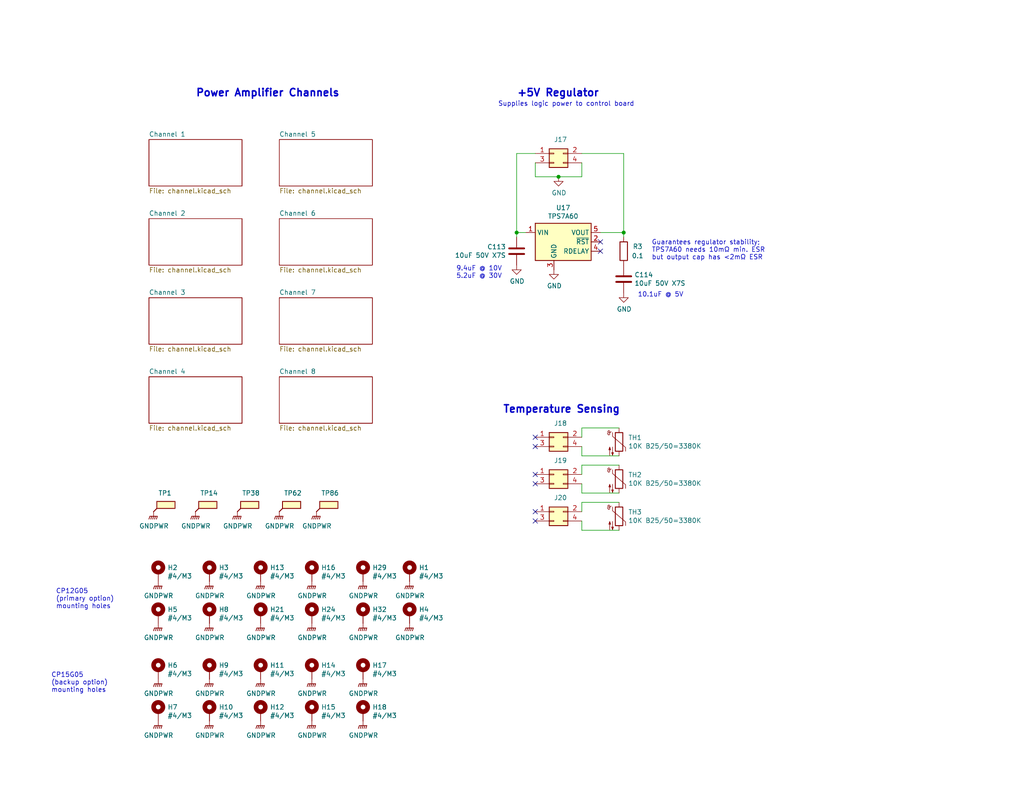
<source format=kicad_sch>
(kicad_sch (version 20211123) (generator eeschema)
  (paper "A")
  (title_block (title "Shim amp board: single-channel test (power section)") (rev "D2") (company "Martinos Center @ MGH") (comment 1 "Don Straney"))
  (lib_symbols
    (symbol "Connector:TestPoint_Flag" (pin_numbers hide) (pin_names (offset 0.762) hide)
      (property "Reference" "TP" (at 3.429 1.778 0))
      (property "Value" "TestPoint_Flag" (at 3.302 4.191 0))
      (symbol "TestPoint_Flag_0_1"
        (polyline (pts (xy 0 0) (xy 0.889 0.889)) (stroke (width 0.254)))
        (rectangle (start 0.889 2.794) (end 5.842 0.889) (stroke (width 0.254)) (fill (type background)))
      )
      (symbol "TestPoint_Flag_1_1"
        (pin passive line (at 0 0 90) (length 0) (name "1") (number "1"))
      )
    )
    (symbol "Connector_Generic:Conn_02x02_Odd_Even" (pin_names (offset 1.016) hide)
      (property "Reference" "J" (at 1.27 2.54 0))
      (property "Value" "Conn_02x02_Odd_Even" (at 1.27 -5.08 0))
      (symbol "Conn_02x02_Odd_Even_1_1"
        (rectangle (start -1.27 -2.413) (end 0 -2.667) (stroke (width 0.1524)))
        (rectangle (start -1.27 0.127) (end 0 -0.127) (stroke (width 0.1524)))
        (rectangle (start -1.27 1.27) (end 3.81 -3.81) (stroke (width 0.254)) (fill (type background)))
        (rectangle (start 3.81 -2.413) (end 2.54 -2.667) (stroke (width 0.1524)))
        (rectangle (start 3.81 0.127) (end 2.54 -0.127) (stroke (width 0.1524)))
        (pin passive line (at -5.08 0 0) (length 3.81) (name "Pin_1") (number "1"))
        (pin passive line (at 7.62 0 180) (length 3.81) (name "Pin_2") (number "2"))
        (pin passive line (at -5.08 -2.54 0) (length 3.81) (name "Pin_3") (number "3"))
        (pin passive line (at 7.62 -2.54 180) (length 3.81) (name "Pin_4") (number "4"))
      )
    )
    (symbol "Device:C" (pin_numbers hide) (pin_names (offset 0.254))
      (property "Reference" "C" (at 0.635 2.54 0))
      (property "Value" "C" (at 0.635 -2.54 0))
      (symbol "C_0_1"
        (polyline (pts (xy -2.032 -0.762) (xy 2.032 -0.762)) (stroke (width 0.508)))
        (polyline (pts (xy -2.032 0.762) (xy 2.032 0.762)) (stroke (width 0.508)))
      )
      (symbol "C_1_1"
        (pin passive line (at 0 3.81 270) (length 2.794) (name "~") (number "1"))
        (pin passive line (at 0 -3.81 90) (length 2.794) (name "~") (number "2"))
      )
    )
    (symbol "Device:R" (pin_numbers hide) (pin_names (offset 0))
      (property "Reference" "R" (at 2.032 0 90))
      (property "Value" "R" (at 0 0 90))
      (symbol "R_0_1"
        (rectangle (start -1.016 -2.54) (end 1.016 2.54) (stroke (width 0.254)))
      )
      (symbol "R_1_1"
        (pin passive line (at 0 3.81 270) (length 1.27) (name "~") (number "1"))
        (pin passive line (at 0 -3.81 90) (length 1.27) (name "~") (number "2"))
      )
    )
    (symbol "Device:Thermistor_NTC" (pin_numbers hide) (pin_names (offset 0))
      (property "Reference" "TH" (at -4.445 0 90))
      (property "Value" "Thermistor_NTC" (at 3.175 0 90))
      (symbol "Thermistor_NTC_0_1"
        (arc (start -3.048 2.159) (mid -3.0495 2.3143) (end -3.175 2.413))
        (arc (start -3.048 2.159) (mid -2.9736 1.9794) (end -2.794 1.905))
        (arc (start -3.048 2.794) (mid -2.9736 2.6144) (end -2.794 2.54))
        (arc (start -2.794 1.905) (mid -2.6144 1.9794) (end -2.54 2.159))
        (arc (start -2.794 2.54) (mid -2.4393 2.5587) (end -2.159 2.794))
        (arc (start -2.794 3.048) (mid -2.9736 2.9736) (end -3.048 2.794))
        (arc (start -2.54 2.794) (mid -2.6144 2.9736) (end -2.794 3.048))
        (rectangle (start -1.016 2.54) (end 1.016 -2.54) (stroke (width 0.254)))
        (polyline (pts (xy -2.54 2.159) (xy -2.54 2.794)))
        (polyline (pts (xy -1.778 2.54) (xy -1.778 1.524) (xy 1.778 -1.524) (xy 1.778 -2.54)))
        (polyline (pts (xy -2.54 -3.683) (xy -2.54 -1.397) (xy -2.794 -2.159) (xy -2.286 -2.159) (xy -2.54 -1.397) (xy -2.54 -1.651)) (fill (type outline)))
        (polyline (pts (xy -1.778 -1.397) (xy -1.778 -3.683) (xy -2.032 -2.921) (xy -1.524 -2.921) (xy -1.778 -3.683) (xy -1.778 -3.429)) (fill (type outline)))
      )
      (symbol "Thermistor_NTC_1_1"
        (pin passive line (at 0 3.81 270) (length 1.27) (name "~") (number "1"))
        (pin passive line (at 0 -3.81 90) (length 1.27) (name "~") (number "2"))
      )
    )
    (symbol "Mechanical:MountingHole_Pad" (pin_numbers hide) (pin_names (offset 1.016) hide)
      (property "Reference" "H" (at 0 6.35 0))
      (property "Value" "MountingHole_Pad" (at 0 4.445 0))
      (symbol "MountingHole_Pad_0_1"
        (circle (center 0 1.27) (radius 1.27) (stroke (width 1.27)))
      )
      (symbol "MountingHole_Pad_1_1"
        (pin input line (at 0 -2.54 90) (length 2.54) (name "1") (number "1"))
      )
    )
    (symbol "amp-pwr-rescue:TPS7A60-Martinos"
      (property "Reference" "U" (at -6.35 6.35 0))
      (property "Value" "TPS7A60-Martinos" (at 2.54 6.35 0))
      (symbol "TPS7A60-Martinos_1_1"
        (rectangle (start -7.62 5.08) (end 7.62 -5.08) (stroke (width 0.254)) (fill (type background)))
        (pin power_in line (at -10.16 2.54 0) (length 2.54) (name "VIN") (number "1"))
        (pin output line (at 10.16 0 180) (length 2.54) (name "~{RST}") (number "2"))
        (pin power_in line (at -2.54 -7.62 90) (length 2.54) (name "GND") (number "3"))
        (pin output line (at 10.16 -2.54 180) (length 2.54) (name "RDELAY") (number "4"))
        (pin power_out line (at 10.16 2.54 180) (length 2.54) (name "VOUT") (number "5"))
      )
    )
    (symbol "power:GND" (power) (pin_names (offset 0))
      (property "Value" "GND" (at 0 -3.81 0))
      (symbol "GND_0_1"
        (polyline (pts (xy 0 0) (xy 0 -1.27) (xy 1.27 -1.27) (xy 0 -2.54) (xy -1.27 -1.27) (xy 0 -1.27)))
      )
      (symbol "GND_1_1"
        (pin power_in line (at 0 0 270) (length 0) hide (name "GND") (number "1"))
      )
    )
    (symbol "power:GNDPWR" (power) (pin_names (offset 0))
      (property "Value" "GNDPWR" (at 0 -3.302 0))
      (symbol "GNDPWR_0_1"
        (polyline (pts (xy 0 -1.27) (xy 0 0)))
        (polyline (pts (xy -1.016 -1.27) (xy -1.27 -2.032) (xy -1.27 -2.032)) (stroke (width 0.2032)))
        (polyline (pts (xy -0.508 -1.27) (xy -0.762 -2.032) (xy -0.762 -2.032)) (stroke (width 0.2032)))
        (polyline (pts (xy 0 -1.27) (xy -0.254 -2.032) (xy -0.254 -2.032)) (stroke (width 0.2032)))
        (polyline (pts (xy 0.508 -1.27) (xy 0.254 -2.032) (xy 0.254 -2.032)) (stroke (width 0.2032)))
        (polyline (pts (xy 1.016 -1.27) (xy -1.016 -1.27) (xy -1.016 -1.27)) (stroke (width 0.2032)))
        (polyline (pts (xy 1.016 -1.27) (xy 0.762 -2.032) (xy 0.762 -2.032) (xy 0.762 -2.032)) (stroke (width 0.2032)))
      )
      (symbol "GNDPWR_1_1"
        (pin power_in line (at 0 0 270) (length 0) hide (name "GNDPWR") (number "1"))
      )
    )
  )
  (junction (at 170.18 63.5))
  (junction (at 152.4 48.26))
  (junction (at 140.97 63.5))
  (no_connect (at 163.83 68.58))
  (no_connect (at 146.05 139.7))
  (no_connect (at 146.05 132.08))
  (no_connect (at 146.05 142.24))
  (no_connect (at 163.83 66.04))
  (no_connect (at 146.05 129.54))
  (no_connect (at 146.05 119.38))
  (no_connect (at 146.05 121.92))
  (wire (pts (xy 152.4 48.26) (xy 146.05 48.26)))
  (wire (pts (xy 158.75 142.24) (xy 158.75 144.78)))
  (wire (pts (xy 146.05 48.26) (xy 146.05 44.45)))
  (wire (pts (xy 158.75 129.54) (xy 158.75 127)))
  (wire (pts (xy 158.75 48.26) (xy 158.75 44.45)))
  (wire (pts (xy 158.75 134.62) (xy 168.91 134.62)))
  (wire (pts (xy 140.97 64.77) (xy 140.97 63.5)))
  (wire (pts (xy 158.75 132.08) (xy 158.75 134.62)))
  (wire (pts (xy 158.75 116.84) (xy 168.91 116.84)))
  (wire (pts (xy 158.75 119.38) (xy 158.75 116.84)))
  (wire (pts (xy 158.75 124.46) (xy 168.91 124.46)))
  (wire (pts (xy 158.75 144.78) (xy 168.91 144.78)))
  (wire (pts (xy 158.75 127) (xy 168.91 127)))
  (wire (pts (xy 158.75 137.16) (xy 168.91 137.16)))
  (wire (pts (xy 170.18 63.5) (xy 170.18 64.77)))
  (wire (pts (xy 140.97 63.5) (xy 140.97 41.91)))
  (wire (pts (xy 152.4 48.26) (xy 158.75 48.26)))
  (wire (pts (xy 170.18 63.5) (xy 170.18 41.91)))
  (wire (pts (xy 140.97 63.5) (xy 143.51 63.5)))
  (wire (pts (xy 163.83 63.5) (xy 170.18 63.5)))
  (wire (pts (xy 158.75 139.7) (xy 158.75 137.16)))
  (wire (pts (xy 140.97 41.91) (xy 146.05 41.91)))
  (wire (pts (xy 158.75 121.92) (xy 158.75 124.46)))
  (wire (pts (xy 170.18 41.91) (xy 158.75 41.91)))
  (text "Temperature Sensing" (at 137.16 113.03 0) (effects (font (size 2.0066 2.0066) (thickness 0.4013) bold) (justify left bottom)))
  (text "CP12G05\n(primary option)\nmounting holes" (at 15.24 166.37 0) (effects (font (size 1.27 1.27)) (justify left bottom)))
  (text "10.1uF @ 5V" (at 173.99 81.28 0) (effects (font (size 1.27 1.27)) (justify left bottom)))
  (text "Power Amplifier Channels" (at 53.34 26.67 0) (effects (font (size 2.0066 2.0066) (thickness 0.4013) bold) (justify left bottom)))
  (text "+5V Regulator" (at 140.97 26.67 0) (effects (font (size 2.0066 2.0066) (thickness 0.4013) bold) (justify left bottom)))
  (text "Guarantees regulator stability;\nTPS7A60 needs 10mΩ min. ESR\nbut output cap has <2mΩ ESR" (at 177.8 71.12 0) (effects (font (size 1.27 1.27)) (justify left bottom)))
  (text "9.4uF @ 10V\n5.2uF @ 30V" (at 124.46 76.2 0) (effects (font (size 1.27 1.27)) (justify left bottom)))
  (text "CP15G05\n(backup option)\nmounting holes" (at 13.97 189.23 0) (effects (font (size 1.27 1.27)) (justify left bottom)))
  (text "Supplies logic power to control board" (at 135.89 29.21 0) (effects (font (size 1.27 1.27)) (justify left bottom)))
  (symbol (lib_id "Connector:TestPoint_Flag") (at 41.91 139.7 0) (unit 1)
    (property "Reference" "TP1" (at 43.18 134.62 0) (effects (justify left)))
    (property "Value" "TestPoint_Flag" (effects hide))
    (property "Footprint" "TestPoint:TestPoint_Keystone_5019_Minature" (effects hide))
    (property "Manufacturer" "Keystone" (effects hide))
    (property "Part Number" "5019" (effects hide))
    (property "Type" "SMT" (effects hide))
  )
  (symbol (lib_id "power:GNDPWR") (at 41.91 139.7 0) (unit 1)
    (property "Reference" "#PWR0127" (effects hide))
    (property "Value" "GNDPWR" (at 42.0116 143.6116 0))
  )
  (symbol (lib_id "Connector:TestPoint_Flag") (at 53.34 139.7 0) (unit 1)
    (property "Reference" "TP14" (at 54.61 134.62 0) (effects (justify left)))
    (property "Value" "TestPoint_Flag" (effects hide))
    (property "Footprint" "TestPoint:TestPoint_Keystone_5019_Minature" (effects hide))
    (property "Manufacturer" "Keystone" (effects hide))
    (property "Part Number" "5019" (effects hide))
    (property "Type" "SMT" (effects hide))
  )
  (symbol (lib_id "power:GNDPWR") (at 53.34 139.7 0) (unit 1)
    (property "Reference" "#PWR0128" (effects hide))
    (property "Value" "GNDPWR" (at 53.4416 143.6116 0))
  )
  (symbol (lib_id "Connector:TestPoint_Flag") (at 64.77 139.7 0) (unit 1)
    (property "Reference" "TP38" (at 66.04 134.62 0) (effects (justify left)))
    (property "Value" "TestPoint_Flag" (effects hide))
    (property "Footprint" "TestPoint:TestPoint_Keystone_5019_Minature" (effects hide))
    (property "Manufacturer" "Keystone" (effects hide))
    (property "Part Number" "5019" (effects hide))
    (property "Type" "SMT" (effects hide))
  )
  (symbol (lib_id "power:GNDPWR") (at 64.77 139.7 0) (unit 1)
    (property "Reference" "#PWR0155" (effects hide))
    (property "Value" "GNDPWR" (at 64.8716 143.6116 0))
  )
  (symbol (lib_id "Connector:TestPoint_Flag") (at 76.2 139.7 0) (unit 1)
    (property "Reference" "TP62" (at 77.47 134.62 0) (effects (justify left)))
    (property "Value" "TestPoint_Flag" (effects hide))
    (property "Footprint" "TestPoint:TestPoint_Keystone_5019_Minature" (effects hide))
    (property "Manufacturer" "Keystone" (effects hide))
    (property "Part Number" "5019" (effects hide))
    (property "Type" "SMT" (effects hide))
  )
  (symbol (lib_id "power:GNDPWR") (at 76.2 139.7 0) (unit 1)
    (property "Reference" "#PWR0156" (effects hide))
    (property "Value" "GNDPWR" (at 76.3016 143.6116 0))
  )
  (symbol (lib_id "Connector:TestPoint_Flag") (at 86.36 139.7 0) (unit 1)
    (property "Reference" "TP86" (at 87.63 134.62 0) (effects (justify left)))
    (property "Value" "TestPoint_Flag" (effects hide))
    (property "Footprint" "TestPoint:TestPoint_Keystone_5019_Minature" (effects hide))
    (property "Manufacturer" "Keystone" (effects hide))
    (property "Part Number" "5019" (effects hide))
    (property "Type" "SMT" (effects hide))
  )
  (symbol (lib_id "power:GNDPWR") (at 86.36 139.7 0) (unit 1)
    (property "Reference" "#PWR0183" (effects hide))
    (property "Value" "GNDPWR" (at 86.4616 143.6116 0))
  )
  (symbol (lib_id "Mechanical:MountingHole_Pad") (at 43.18 156.21 0) (unit 1)
    (property "Reference" "H2" (at 45.72 154.9654 0) (effects (justify left)))
    (property "Value" "#4/M3" (at 45.72 157.2768 0) (effects (justify left)))
    (property "Footprint" "MountingHole:MountingHole_3.2mm_M3_DIN965_Pad" (effects hide))
  )
  (symbol (lib_id "Mechanical:MountingHole_Pad") (at 43.18 167.64 0) (unit 1)
    (property "Reference" "H5" (at 45.72 166.3954 0) (effects (justify left)))
    (property "Value" "#4/M3" (at 45.72 168.7068 0) (effects (justify left)))
    (property "Footprint" "MountingHole:MountingHole_3.2mm_M3_DIN965_Pad" (effects hide))
  )
  (symbol (lib_id "Mechanical:MountingHole_Pad") (at 57.15 156.21 0) (unit 1)
    (property "Reference" "H3" (at 59.69 154.9654 0) (effects (justify left)))
    (property "Value" "#4/M3" (at 59.69 157.2768 0) (effects (justify left)))
    (property "Footprint" "MountingHole:MountingHole_3.2mm_M3_DIN965_Pad" (effects hide))
  )
  (symbol (lib_id "Mechanical:MountingHole_Pad") (at 57.15 167.64 0) (unit 1)
    (property "Reference" "H8" (at 59.69 166.3954 0) (effects (justify left)))
    (property "Value" "#4/M3" (at 59.69 168.7068 0) (effects (justify left)))
    (property "Footprint" "MountingHole:MountingHole_3.2mm_M3_DIN965_Pad" (effects hide))
  )
  (symbol (lib_id "power:GNDPWR") (at 43.18 158.75 0) (unit 1)
    (property "Reference" "#PWR0123" (effects hide))
    (property "Value" "GNDPWR" (at 43.2816 162.6616 0))
  )
  (symbol (lib_id "power:GNDPWR") (at 57.15 158.75 0) (unit 1)
    (property "Reference" "#PWR0124" (effects hide))
    (property "Value" "GNDPWR" (at 57.2516 162.6616 0))
  )
  (symbol (lib_id "power:GNDPWR") (at 43.18 170.18 0) (unit 1)
    (property "Reference" "#PWR0125" (effects hide))
    (property "Value" "GNDPWR" (at 43.2816 174.0916 0))
  )
  (symbol (lib_id "power:GNDPWR") (at 57.15 170.18 0) (unit 1)
    (property "Reference" "#PWR0126" (effects hide))
    (property "Value" "GNDPWR" (at 57.2516 174.0916 0))
  )
  (symbol (lib_id "Mechanical:MountingHole_Pad") (at 71.12 156.21 0) (unit 1)
    (property "Reference" "H13" (at 73.66 154.9654 0) (effects (justify left)))
    (property "Value" "#4/M3" (at 73.66 157.2768 0) (effects (justify left)))
    (property "Footprint" "MountingHole:MountingHole_3.2mm_M3_DIN965_Pad" (effects hide))
  )
  (symbol (lib_id "Mechanical:MountingHole_Pad") (at 71.12 167.64 0) (unit 1)
    (property "Reference" "H21" (at 73.66 166.3954 0) (effects (justify left)))
    (property "Value" "#4/M3" (at 73.66 168.7068 0) (effects (justify left)))
    (property "Footprint" "MountingHole:MountingHole_3.2mm_M3_DIN965_Pad" (effects hide))
  )
  (symbol (lib_id "Mechanical:MountingHole_Pad") (at 85.09 156.21 0) (unit 1)
    (property "Reference" "H16" (at 87.63 154.9654 0) (effects (justify left)))
    (property "Value" "#4/M3" (at 87.63 157.2768 0) (effects (justify left)))
    (property "Footprint" "MountingHole:MountingHole_3.2mm_M3_DIN965_Pad" (effects hide))
  )
  (symbol (lib_id "Mechanical:MountingHole_Pad") (at 85.09 167.64 0) (unit 1)
    (property "Reference" "H24" (at 87.63 166.3954 0) (effects (justify left)))
    (property "Value" "#4/M3" (at 87.63 168.7068 0) (effects (justify left)))
    (property "Footprint" "MountingHole:MountingHole_3.2mm_M3_DIN965_Pad" (effects hide))
  )
  (symbol (lib_id "power:GNDPWR") (at 71.12 158.75 0) (unit 1)
    (property "Reference" "#PWR0151" (effects hide))
    (property "Value" "GNDPWR" (at 71.2216 162.6616 0))
  )
  (symbol (lib_id "power:GNDPWR") (at 85.09 158.75 0) (unit 1)
    (property "Reference" "#PWR0152" (effects hide))
    (property "Value" "GNDPWR" (at 85.1916 162.6616 0))
  )
  (symbol (lib_id "power:GNDPWR") (at 71.12 170.18 0) (unit 1)
    (property "Reference" "#PWR0153" (effects hide))
    (property "Value" "GNDPWR" (at 71.2216 174.0916 0))
  )
  (symbol (lib_id "power:GNDPWR") (at 85.09 170.18 0) (unit 1)
    (property "Reference" "#PWR0154" (effects hide))
    (property "Value" "GNDPWR" (at 85.1916 174.0916 0))
  )
  (symbol (lib_id "Mechanical:MountingHole_Pad") (at 99.06 156.21 0) (unit 1)
    (property "Reference" "H29" (at 101.6 154.9654 0) (effects (justify left)))
    (property "Value" "#4/M3" (at 101.6 157.2768 0) (effects (justify left)))
    (property "Footprint" "MountingHole:MountingHole_3.2mm_M3_DIN965_Pad" (effects hide))
  )
  (symbol (lib_id "Mechanical:MountingHole_Pad") (at 99.06 167.64 0) (unit 1)
    (property "Reference" "H32" (at 101.6 166.3954 0) (effects (justify left)))
    (property "Value" "#4/M3" (at 101.6 168.7068 0) (effects (justify left)))
    (property "Footprint" "MountingHole:MountingHole_3.2mm_M3_DIN965_Pad" (effects hide))
  )
  (symbol (lib_id "power:GNDPWR") (at 99.06 158.75 0) (unit 1)
    (property "Reference" "#PWR0179" (effects hide))
    (property "Value" "GNDPWR" (at 99.1616 162.6616 0))
  )
  (symbol (lib_id "power:GNDPWR") (at 99.06 170.18 0) (unit 1)
    (property "Reference" "#PWR0180" (effects hide))
    (property "Value" "GNDPWR" (at 99.1616 174.0916 0))
  )
  (symbol (lib_id "Connector_Generic:Conn_02x02_Odd_Even") (at 151.13 41.91 0) (unit 1)
    (property "Reference" "J17" (at 151.13 38.1 0) (effects (justify left)))
    (property "Value" "Conn_02x02_Odd_Even" (effects hide))
    (property "Footprint" "Connector_PinHeader_2.54mm:PinHeader_2x02_P2.54mm_Vertical_SMD" (effects hide))
    (property "Manufacturer" "Samtec" (effects hide))
    (property "Part Number" "TSM-102-03-L-DV-A" (effects hide))
    (property "Type" "SMT" (effects hide))
    (property "Manufacturer Alt." "Samtec" (effects hide))
    (property "Part Number Alt." "TSM-102-03-S-DV, TSM-102-03-L-DV, TSM-102-03-F-DV, or with -P / -TR / -P-TR suffix" (effects hide))
  )
  (symbol (lib_id "power:GND") (at 152.4 48.26 0) (unit 1)
    (property "Reference" "#PWR0264" (effects hide))
    (property "Value" "GND" (at 152.527 52.6542 0))
  )
  (symbol (lib_id "amp-pwr-rescue:TPS7A60-Martinos") (at 153.67 66.04 0) (unit 1)
    (property "Reference" "U17" (at 153.67 56.7182 0))
    (property "Value" "TPS7A60" (at 153.67 59.0296 0))
    (property "Footprint" "Package_TO_SOT_SMD:TO-252-5_TabPin3" (effects hide))
    (property "Manufacturer" "Texas Instruments" (effects hide))
    (property "Part Number" "TPS7A6050QKVURQ1" (effects hide))
    (property "Type" "SMT" (effects hide))
  )
  (symbol (lib_id "power:GND") (at 151.13 73.66 0) (unit 1)
    (property "Reference" "#PWR0267" (effects hide))
    (property "Value" "GND" (at 151.257 78.0542 0))
  )
  (symbol (lib_id "Device:C") (at 140.97 68.58 0) (mirror y) (unit 1)
    (property "Reference" "C113" (at 138.049 67.4116 0) (effects (justify left)))
    (property "Value" "10uF 50V X7S" (at 138.049 69.723 0) (effects (justify left)))
    (property "Footprint" "Capacitor_SMD:C_1210_3225Metric" (effects hide))
    (property "Manufacturer" "Murata" (effects hide))
    (property "Part Number" "GCM32EC71H106KA03" (effects hide))
    (property "Type" "SMT" (effects hide))
  )
  (symbol (lib_id "Device:C") (at 170.18 76.2 0) (unit 1)
    (property "Reference" "C114" (at 173.101 75.0316 0) (effects (justify left)))
    (property "Value" "10uF 50V X7S" (at 173.101 77.343 0) (effects (justify left)))
    (property "Footprint" "Capacitor_SMD:C_1210_3225Metric" (effects hide))
    (property "Manufacturer" "Murata" (effects hide))
    (property "Part Number" "GCM32EC71H106KA03" (effects hide))
    (property "Type" "SMT" (effects hide))
  )
  (symbol (lib_id "Device:R") (at 170.18 68.58 180) (unit 1)
    (property "Reference" "R3" (at 173.99 67.31 0))
    (property "Value" "0.1" (at 173.99 69.85 0))
    (property "Footprint" "Resistor_SMD:R_0805_2012Metric" (effects hide))
    (property "Type" "SMT" (effects hide))
    (property "Manufacturer" "Susumu" (effects hide))
    (property "Part Number" "RL1220S-R10-F" (effects hide))
  )
  (symbol (lib_id "Connector_Generic:Conn_02x02_Odd_Even") (at 151.13 119.38 0) (unit 1)
    (property "Reference" "J18" (at 151.13 115.57 0) (effects (justify left)))
    (property "Value" "Conn_02x02_Odd_Even" (effects hide))
    (property "Footprint" "Connector_PinHeader_2.54mm:PinHeader_2x02_P2.54mm_Vertical_SMD" (effects hide))
    (property "Manufacturer" "Samtec" (effects hide))
    (property "Part Number" "TSM-102-03-L-DV-A" (effects hide))
    (property "Type" "SMT" (effects hide))
    (property "Manufacturer Alt." "Samtec" (effects hide))
    (property "Part Number Alt." "TSM-102-03-S-DV, TSM-102-03-L-DV, TSM-102-03-F-DV, or with -P / -TR / -P-TR suffix" (effects hide))
  )
  (symbol (lib_id "Device:Thermistor_NTC") (at 168.91 120.65 0) (unit 1)
    (property "Reference" "TH1" (at 171.3992 119.4816 0) (effects (justify left)))
    (property "Value" "10K B25/50=3380K" (at 171.3992 121.793 0) (effects (justify left)))
    (property "Footprint" "Resistor_SMD:R_0603_1608Metric" (effects hide))
    (property "Manufacturer" "Panasonic" (effects hide))
    (property "Part Number" "ERT-J1VG103FA" (effects hide))
    (property "Type" "SMT" (effects hide))
  )
  (symbol (lib_id "Connector_Generic:Conn_02x02_Odd_Even") (at 151.13 129.54 0) (unit 1)
    (property "Reference" "J19" (at 151.13 125.73 0) (effects (justify left)))
    (property "Value" "Conn_02x02_Odd_Even" (effects hide))
    (property "Footprint" "Connector_PinHeader_2.54mm:PinHeader_2x02_P2.54mm_Vertical_SMD" (effects hide))
    (property "Manufacturer" "Samtec" (effects hide))
    (property "Part Number" "TSM-102-03-L-DV-A" (effects hide))
    (property "Type" "SMT" (effects hide))
    (property "Manufacturer Alt." "Samtec" (effects hide))
    (property "Part Number Alt." "TSM-102-03-S-DV, TSM-102-03-L-DV, TSM-102-03-F-DV, or with -P / -TR / -P-TR suffix" (effects hide))
  )
  (symbol (lib_id "Device:Thermistor_NTC") (at 168.91 130.81 0) (unit 1)
    (property "Reference" "TH2" (at 171.3992 129.6416 0) (effects (justify left)))
    (property "Value" "10K B25/50=3380K" (at 171.3992 131.953 0) (effects (justify left)))
    (property "Footprint" "Resistor_SMD:R_0603_1608Metric" (effects hide))
    (property "Manufacturer" "Panasonic" (effects hide))
    (property "Part Number" "ERT-J1VG103FA" (effects hide))
    (property "Type" "SMT" (effects hide))
  )
  (symbol (lib_id "Connector_Generic:Conn_02x02_Odd_Even") (at 151.13 139.7 0) (unit 1)
    (property "Reference" "J20" (at 151.13 135.89 0) (effects (justify left)))
    (property "Value" "Conn_02x02_Odd_Even" (effects hide))
    (property "Footprint" "Connector_PinHeader_2.54mm:PinHeader_2x02_P2.54mm_Vertical_SMD" (effects hide))
    (property "Manufacturer" "Samtec" (effects hide))
    (property "Part Number" "TSM-102-03-L-DV-A" (effects hide))
    (property "Type" "SMT" (effects hide))
    (property "Manufacturer Alt." "Samtec" (effects hide))
    (property "Part Number Alt." "TSM-102-03-S-DV, TSM-102-03-L-DV, TSM-102-03-F-DV, or with -P / -TR / -P-TR suffix" (effects hide))
  )
  (symbol (lib_id "Device:Thermistor_NTC") (at 168.91 140.97 0) (unit 1)
    (property "Reference" "TH3" (at 171.3992 139.8016 0) (effects (justify left)))
    (property "Value" "10K B25/50=3380K" (at 171.3992 142.113 0) (effects (justify left)))
    (property "Footprint" "Resistor_SMD:R_0603_1608Metric" (effects hide))
    (property "Manufacturer" "Panasonic" (effects hide))
    (property "Part Number" "ERT-J1VG103FA" (effects hide))
    (property "Type" "SMT" (effects hide))
  )
  (symbol (lib_id "power:GND") (at 140.97 72.39 0) (unit 1)
    (property "Reference" "#PWR0265" (effects hide))
    (property "Value" "GND" (at 141.097 76.7842 0))
  )
  (symbol (lib_id "power:GND") (at 170.18 80.01 0) (unit 1)
    (property "Reference" "#PWR0266" (effects hide))
    (property "Value" "GND" (at 170.307 84.4042 0))
  )
  (symbol (lib_id "Mechanical:MountingHole_Pad") (at 111.76 156.21 0) (unit 1)
    (property "Reference" "H1" (at 114.3 154.9654 0) (effects (justify left)))
    (property "Value" "#4/M3" (at 114.3 157.2768 0) (effects (justify left)))
    (property "Footprint" "MountingHole:MountingHole_3.2mm_M3_DIN965_Pad" (effects hide))
  )
  (symbol (lib_id "Mechanical:MountingHole_Pad") (at 111.76 167.64 0) (unit 1)
    (property "Reference" "H4" (at 114.3 166.3954 0) (effects (justify left)))
    (property "Value" "#4/M3" (at 114.3 168.7068 0) (effects (justify left)))
    (property "Footprint" "MountingHole:MountingHole_3.2mm_M3_DIN965_Pad" (effects hide))
  )
  (symbol (lib_id "power:GNDPWR") (at 111.76 158.75 0) (unit 1)
    (property "Reference" "#PWR0268" (effects hide))
    (property "Value" "GNDPWR" (at 111.8616 162.6616 0))
  )
  (symbol (lib_id "power:GNDPWR") (at 111.76 170.18 0) (unit 1)
    (property "Reference" "#PWR0291" (effects hide))
    (property "Value" "GNDPWR" (at 111.8616 174.0916 0))
  )
  (symbol (lib_id "Mechanical:MountingHole_Pad") (at 43.18 182.88 0) (unit 1)
    (property "Reference" "H6" (at 45.72 181.6354 0) (effects (justify left)))
    (property "Value" "#4/M3" (at 45.72 183.9468 0) (effects (justify left)))
    (property "Footprint" "MountingHole:MountingHole_3.2mm_M3_DIN965_Pad" (effects hide))
  )
  (symbol (lib_id "Mechanical:MountingHole_Pad") (at 43.18 194.31 0) (unit 1)
    (property "Reference" "H7" (at 45.72 193.0654 0) (effects (justify left)))
    (property "Value" "#4/M3" (at 45.72 195.3768 0) (effects (justify left)))
    (property "Footprint" "MountingHole:MountingHole_3.2mm_M3_DIN965_Pad" (effects hide))
  )
  (symbol (lib_id "Mechanical:MountingHole_Pad") (at 57.15 182.88 0) (unit 1)
    (property "Reference" "H9" (at 59.69 181.6354 0) (effects (justify left)))
    (property "Value" "#4/M3" (at 59.69 183.9468 0) (effects (justify left)))
    (property "Footprint" "MountingHole:MountingHole_3.2mm_M3_DIN965_Pad" (effects hide))
  )
  (symbol (lib_id "Mechanical:MountingHole_Pad") (at 57.15 194.31 0) (unit 1)
    (property "Reference" "H10" (at 59.69 193.0654 0) (effects (justify left)))
    (property "Value" "#4/M3" (at 59.69 195.3768 0) (effects (justify left)))
    (property "Footprint" "MountingHole:MountingHole_3.2mm_M3_DIN965_Pad" (effects hide))
  )
  (symbol (lib_id "power:GNDPWR") (at 43.18 185.42 0) (unit 1)
    (property "Reference" "#PWR0292" (effects hide))
    (property "Value" "GNDPWR" (at 43.2816 189.3316 0))
  )
  (symbol (lib_id "power:GNDPWR") (at 57.15 185.42 0) (unit 1)
    (property "Reference" "#PWR0293" (effects hide))
    (property "Value" "GNDPWR" (at 57.2516 189.3316 0))
  )
  (symbol (lib_id "power:GNDPWR") (at 43.18 196.85 0) (unit 1)
    (property "Reference" "#PWR0294" (effects hide))
    (property "Value" "GNDPWR" (at 43.2816 200.7616 0))
  )
  (symbol (lib_id "power:GNDPWR") (at 57.15 196.85 0) (unit 1)
    (property "Reference" "#PWR0295" (effects hide))
    (property "Value" "GNDPWR" (at 57.2516 200.7616 0))
  )
  (symbol (lib_id "Mechanical:MountingHole_Pad") (at 71.12 182.88 0) (unit 1)
    (property "Reference" "H11" (at 73.66 181.6354 0) (effects (justify left)))
    (property "Value" "#4/M3" (at 73.66 183.9468 0) (effects (justify left)))
    (property "Footprint" "MountingHole:MountingHole_3.2mm_M3_DIN965_Pad" (effects hide))
  )
  (symbol (lib_id "Mechanical:MountingHole_Pad") (at 71.12 194.31 0) (unit 1)
    (property "Reference" "H12" (at 73.66 193.0654 0) (effects (justify left)))
    (property "Value" "#4/M3" (at 73.66 195.3768 0) (effects (justify left)))
    (property "Footprint" "MountingHole:MountingHole_3.2mm_M3_DIN965_Pad" (effects hide))
  )
  (symbol (lib_id "Mechanical:MountingHole_Pad") (at 85.09 182.88 0) (unit 1)
    (property "Reference" "H14" (at 87.63 181.6354 0) (effects (justify left)))
    (property "Value" "#4/M3" (at 87.63 183.9468 0) (effects (justify left)))
    (property "Footprint" "MountingHole:MountingHole_3.2mm_M3_DIN965_Pad" (effects hide))
  )
  (symbol (lib_id "Mechanical:MountingHole_Pad") (at 85.09 194.31 0) (unit 1)
    (property "Reference" "H15" (at 87.63 193.0654 0) (effects (justify left)))
    (property "Value" "#4/M3" (at 87.63 195.3768 0) (effects (justify left)))
    (property "Footprint" "MountingHole:MountingHole_3.2mm_M3_DIN965_Pad" (effects hide))
  )
  (symbol (lib_id "power:GNDPWR") (at 71.12 185.42 0) (unit 1)
    (property "Reference" "#PWR0296" (effects hide))
    (property "Value" "GNDPWR" (at 71.2216 189.3316 0))
  )
  (symbol (lib_id "power:GNDPWR") (at 85.09 185.42 0) (unit 1)
    (property "Reference" "#PWR0319" (effects hide))
    (property "Value" "GNDPWR" (at 85.1916 189.3316 0))
  )
  (symbol (lib_id "power:GNDPWR") (at 71.12 196.85 0) (unit 1)
    (property "Reference" "#PWR0320" (effects hide))
    (property "Value" "GNDPWR" (at 71.2216 200.7616 0))
  )
  (symbol (lib_id "power:GNDPWR") (at 85.09 196.85 0) (unit 1)
    (property "Reference" "#PWR0321" (effects hide))
    (property "Value" "GNDPWR" (at 85.1916 200.7616 0))
  )
  (symbol (lib_id "Mechanical:MountingHole_Pad") (at 99.06 182.88 0) (unit 1)
    (property "Reference" "H17" (at 101.6 181.6354 0) (effects (justify left)))
    (property "Value" "#4/M3" (at 101.6 183.9468 0) (effects (justify left)))
    (property "Footprint" "MountingHole:MountingHole_3.2mm_M3_DIN965_Pad" (effects hide))
  )
  (symbol (lib_id "Mechanical:MountingHole_Pad") (at 99.06 194.31 0) (unit 1)
    (property "Reference" "H18" (at 101.6 193.0654 0) (effects (justify left)))
    (property "Value" "#4/M3" (at 101.6 195.3768 0) (effects (justify left)))
    (property "Footprint" "MountingHole:MountingHole_3.2mm_M3_DIN965_Pad" (effects hide))
  )
  (symbol (lib_id "power:GNDPWR") (at 99.06 185.42 0) (unit 1)
    (property "Reference" "#PWR0322" (effects hide))
    (property "Value" "GNDPWR" (at 99.1616 189.3316 0))
  )
  (symbol (lib_id "power:GNDPWR") (at 99.06 196.85 0) (unit 1)
    (property "Reference" "#PWR0323" (effects hide))
    (property "Value" "GNDPWR" (at 99.1616 200.7616 0))
  )
  (sheet (at 40.64 38.1) (size 25.4 12.7)
    (property "Sheet name" "Channel 1" (at 40.64 37.3884 0) (effects (justify left bottom)))
    (property "Sheet file" "channel.kicad_sch" (at 40.64 51.3846 0) (effects (justify left top)))
  )
  (sheet (at 40.64 59.69) (size 25.4 12.7)
    (property "Sheet name" "Channel 2" (at 40.64 58.9784 0) (effects (justify left bottom)))
    (property "Sheet file" "channel.kicad_sch" (at 40.64 72.9746 0) (effects (justify left top)))
  )
  (sheet (at 40.64 81.28) (size 25.4 12.7)
    (property "Sheet name" "Channel 3" (at 40.64 80.5684 0) (effects (justify left bottom)))
    (property "Sheet file" "channel.kicad_sch" (at 40.64 94.5646 0) (effects (justify left top)))
  )
  (sheet (at 40.64 102.87) (size 25.4 12.7)
    (property "Sheet name" "Channel 4" (at 40.64 102.1584 0) (effects (justify left bottom)))
    (property "Sheet file" "channel.kicad_sch" (at 40.64 116.1546 0) (effects (justify left top)))
  )
  (sheet (at 76.2 38.1) (size 25.4 12.7)
    (property "Sheet name" "Channel 5" (at 76.2 37.3884 0) (effects (justify left bottom)))
    (property "Sheet file" "channel.kicad_sch" (at 76.2 51.3846 0) (effects (justify left top)))
  )
  (sheet (at 76.2 59.69) (size 25.4 12.7)
    (property "Sheet name" "Channel 6" (at 76.2 58.9784 0) (effects (justify left bottom)))
    (property "Sheet file" "channel.kicad_sch" (at 76.2 72.9746 0) (effects (justify left top)))
  )
  (sheet (at 76.2 81.28) (size 25.4 12.7)
    (property "Sheet name" "Channel 7" (at 76.2 80.5684 0) (effects (justify left bottom)))
    (property "Sheet file" "channel.kicad_sch" (at 76.2 94.5646 0) (effects (justify left top)))
  )
  (sheet (at 76.2 102.87) (size 25.4 12.7)
    (property "Sheet name" "Channel 8" (at 76.2 102.1584 0) (effects (justify left bottom)))
    (property "Sheet file" "channel.kicad_sch" (at 76.2 116.1546 0) (effects (justify left top)))
  )
)
</source>
